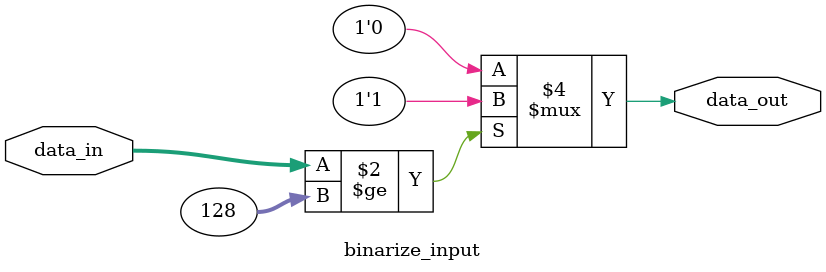
<source format=sv>
module binarize_input #(
    parameter int INPUT_DATA_WIDTH = 8
) (
    input logic [INPUT_DATA_WIDTH-1:0] data_in,
    output logic                       data_out,
);

    always_comb begin
        // Binarization: if input >= 128, output 1; else output 0
        if (data_in >= 128) begin
            data_out = 1'b1;
        end else begin
            data_out = 1'b0;
        end
    end

endmodule
</source>
